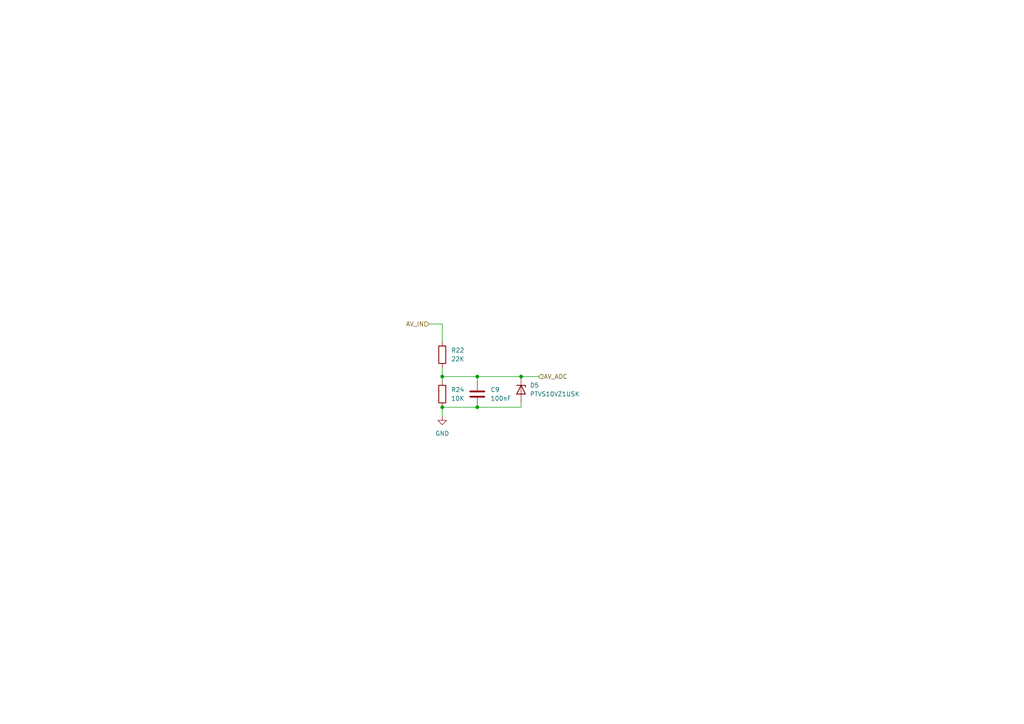
<source format=kicad_sch>
(kicad_sch (version 20250114) (generator "eeschema") (generator_version "9.0")
  (paper "A4")
  (lib_symbols
    (symbol "Device:C" (pin_numbers (hide yes)) (pin_names (offset 0.254))
      (property "Reference" "C" (at 0.635 2.54 0))
      (property "Value" "C" (at 0.635 -2.54 0))
      (symbol "C_0_1"
        (polyline (pts (xy -2.032 0.762) (xy 2.032 0.762)) (stroke (width 0.508)))
        (polyline (pts (xy -2.032 -0.762) (xy 2.032 -0.762)) (stroke (width 0.508)))
      )
      (symbol "C_1_1"
        (pin passive line (at 0 3.81 270) (length 2.794) (name "~") (number "1"))
        (pin passive line (at 0 -3.81 90) (length 2.794) (name "~") (number "2"))
      )
    )
    (symbol "Device:R" (pin_numbers (hide yes)) (pin_names (offset 0))
      (property "Reference" "R" (at 2.032 0 90))
      (property "Value" "R" (at 0 0 90))
      (symbol "R_0_1"
        (rectangle (start -1.016 -2.54) (end 1.016 2.54) (stroke (width 0.254)))
      )
      (symbol "R_1_1"
        (pin passive line (at 0 3.81 270) (length 1.27) (name "~") (number "1"))
        (pin passive line (at 0 -3.81 90) (length 1.27) (name "~") (number "2"))
      )
    )
    (symbol "Diode:PTVS10VZ1USK" (pin_numbers (hide yes)) (pin_names (hide yes))
      (property "Reference" "D" (at 0 2.54 0))
      (property "Value" "PTVS10VZ1USK" (at 0 -2.54 0))
      (symbol "PTVS10VZ1USK_0_1"
        (polyline (pts (xy -1.27 -1.27) (xy -1.27 1.27) (xy -0.762 1.27)) (stroke (width 0.254)))
        (polyline (pts (xy 1.27 0) (xy -1.27 0)))
        (polyline (pts (xy 1.27 -1.27) (xy 1.27 1.27) (xy -1.27 0) (xy 1.27 -1.27)) (stroke (width 0.254)))
      )
      (symbol "PTVS10VZ1USK_1_1"
        (pin passive line (at -3.81 0 0) (length 2.54) (name "K") (number "1"))
        (pin passive line (at 3.81 0 180) (length 2.54) (name "A") (number "2"))
      )
    )
    (symbol "power:GND" (power) (pin_numbers (hide yes)) (pin_names (offset 0) (hide yes))
      (property "Value" "GND" (at 0 -3.81 0))
      (symbol "GND_0_1"
        (polyline (pts (xy 0 0) (xy 0 -1.27) (xy 1.27 -1.27) (xy 0 -2.54) (xy -1.27 -1.27) (xy 0 -1.27)))
      )
      (symbol "GND_1_1"
        (pin power_in line (at 0 0 270) (length 0) (name "~") (number "1"))
      )
    )
  )
  (junction (at 138.43 118.11))
  (junction (at 151.13 109.22))
  (junction (at 128.27 109.22))
  (junction (at 138.43 109.22))
  (junction (at 128.27 118.11))
  (wire (pts (xy 128.27 109.22) (xy 138.43 109.22)))
  (wire (pts (xy 124.46 93.98) (xy 128.27 93.98)))
  (wire (pts (xy 128.27 93.98) (xy 128.27 99.06)))
  (wire (pts (xy 151.13 109.22) (xy 156.21 109.22)))
  (wire (pts (xy 151.13 118.11) (xy 138.43 118.11)))
  (wire (pts (xy 138.43 110.49) (xy 138.43 109.22)))
  (wire (pts (xy 128.27 106.68) (xy 128.27 109.22)))
  (wire (pts (xy 151.13 116.84) (xy 151.13 118.11)))
  (wire (pts (xy 138.43 109.22) (xy 151.13 109.22)))
  (wire (pts (xy 128.27 109.22) (xy 128.27 110.49)))
  (wire (pts (xy 128.27 118.11) (xy 128.27 120.65)))
  (wire (pts (xy 128.27 118.11) (xy 138.43 118.11)))
  (hierarchical_label "AV_IN" (shape input) (at 124.46 93.98 180))
  (hierarchical_label "AV_ADC" (shape input) (at 156.21 109.22 0))
  (symbol (lib_id "Device:R") (at 128.27 102.87 0) (unit 1)
    (property "Reference" "R22" (at 130.81 101.5999 0) (effects (justify left)))
    (property "Value" "22K" (at 130.81 104.1399 0) (effects (justify left)))
    (property "Footprint" "Resistor_SMD:R_0603_1608Metric" (effects (hide yes)))
    (property "Description" "Resistor" (effects (hide yes)))
  )
  (symbol (lib_id "power:GND") (at 128.27 120.65 0) (unit 1)
    (property "Reference" "#PWR060" (effects (hide yes)))
    (property "Value" "GND" (at 128.27 125.73 0))
    (property "Description" "Power symbol creates a global label with name \"GND\" , ground" (effects (hide yes)))
  )
  (symbol (lib_id "Diode:PTVS10VZ1USK") (at 151.13 113.03 270) (unit 1)
    (property "Reference" "D5" (at 153.67 111.7599 90) (effects (justify left)))
    (property "Value" "PTVS10VZ1USK" (at 153.67 114.2999 90) (effects (justify left)))
    (property "Footprint" "Diode_SMD:Nexperia_DSN1608-2_1.6x0.8mm" (effects (hide yes)))
    (property "Datasheet" "https://assets.nexperia.com/documents/data-sheet/PTVS10VZ1USK.pdf" (effects (hide yes)))
    (property "Description" "10V, 2000W TVS unidirectional diode, DSN1608-2" (effects (hide yes)))
  )
  (symbol (lib_id "Device:C") (at 138.43 114.3 0) (unit 1)
    (property "Reference" "C9" (at 142.24 113.0299 0) (effects (justify left)))
    (property "Value" "100nF" (at 142.24 115.5699 0) (effects (justify left)))
    (property "Footprint" "Capacitor_SMD:C_0805_2012Metric_Pad1.18x1.45mm_HandSolder" (effects (hide yes)))
    (property "Description" "Unpolarized capacitor" (effects (hide yes)))
  )
  (symbol (lib_id "Device:R") (at 128.27 114.3 0) (unit 1)
    (property "Reference" "R24" (at 130.81 113.0299 0) (effects (justify left)))
    (property "Value" "10K" (at 130.81 115.5699 0) (effects (justify left)))
    (property "Footprint" "Resistor_SMD:R_0603_1608Metric" (effects (hide yes)))
    (property "Description" "Resistor" (effects (hide yes)))
  )
)
</source>
